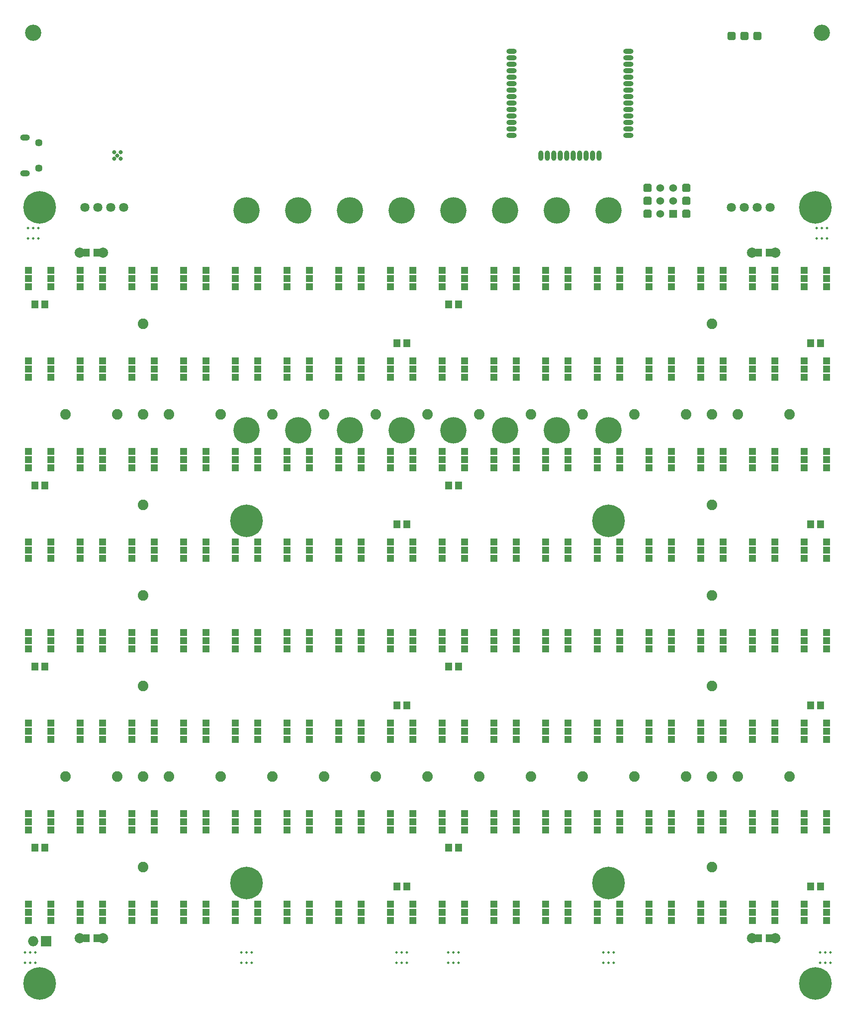
<source format=gts>
G04 #@! TF.GenerationSoftware,KiCad,Pcbnew,no-vcs-found-bf44d39~61~ubuntu16.04.1*
G04 #@! TF.CreationDate,2018-01-13T17:44:10+05:30*
G04 #@! TF.ProjectId,KlokTHREEjr,4B6C6F6B54485245456A722E6B696361,rev 1*
G04 #@! TF.SameCoordinates,Original*
G04 #@! TF.FileFunction,Soldermask,Top*
G04 #@! TF.FilePolarity,Negative*
%FSLAX46Y46*%
G04 Gerber Fmt 4.6, Leading zero omitted, Abs format (unit mm)*
G04 Created by KiCad (PCBNEW no-vcs-found-bf44d39~61~ubuntu16.04.1) date Sat Jan 13 17:44:10 2018*
%MOMM*%
%LPD*%
G01*
G04 APERTURE LIST*
%ADD10C,0.150000*%
%ADD11C,1.600000*%
%ADD12C,6.400000*%
%ADD13C,0.800000*%
%ADD14C,3.200000*%
%ADD15C,5.200000*%
%ADD16C,0.508000*%
%ADD17R,2.000000X2.000000*%
%ADD18O,2.000000X2.000000*%
%ADD19C,2.000000*%
%ADD20R,1.300480X1.498600*%
%ADD21R,1.400000X1.400000*%
%ADD22C,1.450000*%
%ADD23O,1.900000X1.200000*%
%ADD24C,2.082800*%
%ADD25R,1.350000X1.550000*%
%ADD26O,2.000000X1.000000*%
%ADD27O,1.000000X2.000000*%
%ADD28C,1.800000*%
%ADD29C,1.524000*%
%ADD30R,1.524000X1.524000*%
G04 APERTURE END LIST*
D10*
G36*
X191574207Y-53176926D02*
X191613036Y-53182686D01*
X191651114Y-53192224D01*
X191688073Y-53205448D01*
X191723559Y-53222231D01*
X191757228Y-53242412D01*
X191788757Y-53265796D01*
X191817843Y-53292157D01*
X191844204Y-53321243D01*
X191867588Y-53352772D01*
X191887769Y-53386441D01*
X191904552Y-53421927D01*
X191917776Y-53458886D01*
X191927314Y-53496964D01*
X191933074Y-53535793D01*
X191935000Y-53575000D01*
X191935000Y-54375000D01*
X191933074Y-54414207D01*
X191927314Y-54453036D01*
X191917776Y-54491114D01*
X191904552Y-54528073D01*
X191887769Y-54563559D01*
X191867588Y-54597228D01*
X191844204Y-54628757D01*
X191817843Y-54657843D01*
X191788757Y-54684204D01*
X191757228Y-54707588D01*
X191723559Y-54727769D01*
X191688073Y-54744552D01*
X191651114Y-54757776D01*
X191613036Y-54767314D01*
X191574207Y-54773074D01*
X191535000Y-54775000D01*
X190735000Y-54775000D01*
X190695793Y-54773074D01*
X190656964Y-54767314D01*
X190618886Y-54757776D01*
X190581927Y-54744552D01*
X190546441Y-54727769D01*
X190512772Y-54707588D01*
X190481243Y-54684204D01*
X190452157Y-54657843D01*
X190425796Y-54628757D01*
X190402412Y-54597228D01*
X190382231Y-54563559D01*
X190365448Y-54528073D01*
X190352224Y-54491114D01*
X190342686Y-54453036D01*
X190336926Y-54414207D01*
X190335000Y-54375000D01*
X190335000Y-53575000D01*
X190336926Y-53535793D01*
X190342686Y-53496964D01*
X190352224Y-53458886D01*
X190365448Y-53421927D01*
X190382231Y-53386441D01*
X190402412Y-53352772D01*
X190425796Y-53321243D01*
X190452157Y-53292157D01*
X190481243Y-53265796D01*
X190512772Y-53242412D01*
X190546441Y-53222231D01*
X190581927Y-53205448D01*
X190618886Y-53192224D01*
X190656964Y-53182686D01*
X190695793Y-53176926D01*
X190735000Y-53175000D01*
X191535000Y-53175000D01*
X191574207Y-53176926D01*
X191574207Y-53176926D01*
G37*
D11*
X191135000Y-53975000D03*
D12*
X55245000Y-87630000D03*
D13*
X57645000Y-87630000D03*
X56942056Y-89327056D03*
X55245000Y-90030000D03*
X53547944Y-89327056D03*
X52845000Y-87630000D03*
X53547944Y-85932944D03*
X55245000Y-85230000D03*
X56942056Y-85932944D03*
D12*
X55245000Y-240030000D03*
D13*
X57645000Y-240030000D03*
X56942056Y-241727056D03*
X55245000Y-242430000D03*
X53547944Y-241727056D03*
X52845000Y-240030000D03*
X53547944Y-238332944D03*
X55245000Y-237630000D03*
X56942056Y-238332944D03*
D12*
X207645000Y-240030000D03*
D13*
X210045000Y-240030000D03*
X209342056Y-241727056D03*
X207645000Y-242430000D03*
X205947944Y-241727056D03*
X205245000Y-240030000D03*
X205947944Y-238332944D03*
X207645000Y-237630000D03*
X209342056Y-238332944D03*
D12*
X95885000Y-149225000D03*
D13*
X98285000Y-149225000D03*
X97582056Y-150922056D03*
X95885000Y-151625000D03*
X94187944Y-150922056D03*
X93485000Y-149225000D03*
X94187944Y-147527944D03*
X95885000Y-146825000D03*
X97582056Y-147527944D03*
D12*
X167005000Y-149225000D03*
D13*
X169405000Y-149225000D03*
X168702056Y-150922056D03*
X167005000Y-151625000D03*
X165307944Y-150922056D03*
X164605000Y-149225000D03*
X165307944Y-147527944D03*
X167005000Y-146825000D03*
X168702056Y-147527944D03*
D12*
X167005000Y-220345000D03*
D13*
X169405000Y-220345000D03*
X168702056Y-222042056D03*
X167005000Y-222745000D03*
X165307944Y-222042056D03*
X164605000Y-220345000D03*
X165307944Y-218647944D03*
X167005000Y-217945000D03*
X168702056Y-218647944D03*
D12*
X95885000Y-220345000D03*
D13*
X98285000Y-220345000D03*
X97582056Y-222042056D03*
X95885000Y-222745000D03*
X94187944Y-222042056D03*
X93485000Y-220345000D03*
X94187944Y-218647944D03*
X95885000Y-217945000D03*
X97582056Y-218647944D03*
D12*
X207645000Y-87630000D03*
D13*
X210045000Y-87630000D03*
X209342056Y-89327056D03*
X207645000Y-90030000D03*
X205947944Y-89327056D03*
X205245000Y-87630000D03*
X205947944Y-85932944D03*
X207645000Y-85230000D03*
X209342056Y-85932944D03*
D14*
X208915000Y-53340000D03*
X53975000Y-53340000D03*
D15*
X95885000Y-88265000D03*
X106045000Y-88265000D03*
X116205000Y-88265000D03*
X167005000Y-88265000D03*
X156845000Y-88265000D03*
X126365000Y-88265000D03*
X146685000Y-88265000D03*
X136525000Y-88265000D03*
X95885000Y-131445000D03*
X106045000Y-131445000D03*
X116205000Y-131445000D03*
X167005000Y-131445000D03*
X156845000Y-131445000D03*
X126365000Y-131445000D03*
X146685000Y-131445000D03*
X136525000Y-131445000D03*
D16*
X53975000Y-91694000D03*
X53975000Y-93726000D03*
X54991000Y-91694000D03*
X52959000Y-91694000D03*
X52959000Y-93726000D03*
X54991000Y-93726000D03*
X208915000Y-91694000D03*
X208915000Y-93726000D03*
X209931000Y-91694000D03*
X207899000Y-91694000D03*
X207899000Y-93726000D03*
X209931000Y-93726000D03*
X53340000Y-233934000D03*
X53340000Y-235966000D03*
X54356000Y-233934000D03*
X52324000Y-233934000D03*
X52324000Y-235966000D03*
X54356000Y-235966000D03*
X95885000Y-233934000D03*
X95885000Y-235966000D03*
X96901000Y-233934000D03*
X94869000Y-233934000D03*
X94869000Y-235966000D03*
X96901000Y-235966000D03*
X126365000Y-233934000D03*
X126365000Y-235966000D03*
X127381000Y-233934000D03*
X125349000Y-233934000D03*
X125349000Y-235966000D03*
X127381000Y-235966000D03*
X136525000Y-233934000D03*
X136525000Y-235966000D03*
X137541000Y-233934000D03*
X135509000Y-233934000D03*
X135509000Y-235966000D03*
X137541000Y-235966000D03*
X167005000Y-233934000D03*
X167005000Y-235966000D03*
X168021000Y-233934000D03*
X165989000Y-233934000D03*
X165989000Y-235966000D03*
X168021000Y-235966000D03*
X209550000Y-233934000D03*
X209550000Y-235966000D03*
X210566000Y-233934000D03*
X208534000Y-233934000D03*
X208534000Y-235966000D03*
X210566000Y-235966000D03*
D17*
X56515000Y-231775000D03*
D18*
X53975000Y-231775000D03*
D13*
X69850000Y-78105000D03*
X71120000Y-78105000D03*
X71120000Y-76835000D03*
X69850000Y-76835000D03*
X70485000Y-77470000D03*
D19*
X63119000Y-96520000D03*
X67691000Y-96520000D03*
D20*
X66357500Y-96520000D03*
X64452500Y-96520000D03*
D21*
X63205000Y-227660000D03*
X67605000Y-227660000D03*
X67605000Y-226060000D03*
X63205000Y-226060000D03*
X63205000Y-224460000D03*
X67605000Y-224460000D03*
D22*
X55055000Y-79970000D03*
X55055000Y-74970000D03*
D23*
X52355000Y-80970000D03*
X52355000Y-73970000D03*
D21*
X195285000Y-120980000D03*
X199685000Y-120980000D03*
X199685000Y-119380000D03*
X195285000Y-119380000D03*
X195285000Y-117780000D03*
X199685000Y-117780000D03*
X57445000Y-100000000D03*
X53045000Y-100000000D03*
X53045000Y-101600000D03*
X57445000Y-101600000D03*
X57445000Y-103200000D03*
X53045000Y-103200000D03*
X77765000Y-100000000D03*
X73365000Y-100000000D03*
X73365000Y-101600000D03*
X77765000Y-101600000D03*
X77765000Y-103200000D03*
X73365000Y-103200000D03*
X87925000Y-100000000D03*
X83525000Y-100000000D03*
X83525000Y-101600000D03*
X87925000Y-101600000D03*
X87925000Y-103200000D03*
X83525000Y-103200000D03*
X98085000Y-100000000D03*
X93685000Y-100000000D03*
X93685000Y-101600000D03*
X98085000Y-101600000D03*
X98085000Y-103200000D03*
X93685000Y-103200000D03*
X108245000Y-100000000D03*
X103845000Y-100000000D03*
X103845000Y-101600000D03*
X108245000Y-101600000D03*
X108245000Y-103200000D03*
X103845000Y-103200000D03*
X118405000Y-100000000D03*
X114005000Y-100000000D03*
X114005000Y-101600000D03*
X118405000Y-101600000D03*
X118405000Y-103200000D03*
X114005000Y-103200000D03*
X128565000Y-100000000D03*
X124165000Y-100000000D03*
X124165000Y-101600000D03*
X128565000Y-101600000D03*
X128565000Y-103200000D03*
X124165000Y-103200000D03*
X138725000Y-100000000D03*
X134325000Y-100000000D03*
X134325000Y-101600000D03*
X138725000Y-101600000D03*
X138725000Y-103200000D03*
X134325000Y-103200000D03*
X148885000Y-100000000D03*
X144485000Y-100000000D03*
X144485000Y-101600000D03*
X148885000Y-101600000D03*
X148885000Y-103200000D03*
X144485000Y-103200000D03*
X159045000Y-100000000D03*
X154645000Y-100000000D03*
X154645000Y-101600000D03*
X159045000Y-101600000D03*
X159045000Y-103200000D03*
X154645000Y-103200000D03*
X169205000Y-100000000D03*
X164805000Y-100000000D03*
X164805000Y-101600000D03*
X169205000Y-101600000D03*
X169205000Y-103200000D03*
X164805000Y-103200000D03*
X179365000Y-100000000D03*
X174965000Y-100000000D03*
X174965000Y-101600000D03*
X179365000Y-101600000D03*
X179365000Y-103200000D03*
X174965000Y-103200000D03*
X189525000Y-100000000D03*
X185125000Y-100000000D03*
X185125000Y-101600000D03*
X189525000Y-101600000D03*
X189525000Y-103200000D03*
X185125000Y-103200000D03*
X199685000Y-100000000D03*
X195285000Y-100000000D03*
X195285000Y-101600000D03*
X199685000Y-101600000D03*
X199685000Y-103200000D03*
X195285000Y-103200000D03*
X209845000Y-100000000D03*
X205445000Y-100000000D03*
X205445000Y-101600000D03*
X209845000Y-101600000D03*
X209845000Y-103200000D03*
X205445000Y-103200000D03*
X205445000Y-120980000D03*
X209845000Y-120980000D03*
X209845000Y-119380000D03*
X205445000Y-119380000D03*
X205445000Y-117780000D03*
X209845000Y-117780000D03*
X185125000Y-120980000D03*
X189525000Y-120980000D03*
X189525000Y-119380000D03*
X185125000Y-119380000D03*
X185125000Y-117780000D03*
X189525000Y-117780000D03*
X174965000Y-120980000D03*
X179365000Y-120980000D03*
X179365000Y-119380000D03*
X174965000Y-119380000D03*
X174965000Y-117780000D03*
X179365000Y-117780000D03*
X164805000Y-120980000D03*
X169205000Y-120980000D03*
X169205000Y-119380000D03*
X164805000Y-119380000D03*
X164805000Y-117780000D03*
X169205000Y-117780000D03*
X154645000Y-120980000D03*
X159045000Y-120980000D03*
X159045000Y-119380000D03*
X154645000Y-119380000D03*
X154645000Y-117780000D03*
X159045000Y-117780000D03*
X144485000Y-120980000D03*
X148885000Y-120980000D03*
X148885000Y-119380000D03*
X144485000Y-119380000D03*
X144485000Y-117780000D03*
X148885000Y-117780000D03*
X134325000Y-120980000D03*
X138725000Y-120980000D03*
X138725000Y-119380000D03*
X134325000Y-119380000D03*
X134325000Y-117780000D03*
X138725000Y-117780000D03*
X124165000Y-120980000D03*
X128565000Y-120980000D03*
X128565000Y-119380000D03*
X124165000Y-119380000D03*
X124165000Y-117780000D03*
X128565000Y-117780000D03*
X114005000Y-120980000D03*
X118405000Y-120980000D03*
X118405000Y-119380000D03*
X114005000Y-119380000D03*
X114005000Y-117780000D03*
X118405000Y-117780000D03*
X103845000Y-120980000D03*
X108245000Y-120980000D03*
X108245000Y-119380000D03*
X103845000Y-119380000D03*
X103845000Y-117780000D03*
X108245000Y-117780000D03*
X93685000Y-120980000D03*
X98085000Y-120980000D03*
X98085000Y-119380000D03*
X93685000Y-119380000D03*
X93685000Y-117780000D03*
X98085000Y-117780000D03*
X83525000Y-120980000D03*
X87925000Y-120980000D03*
X87925000Y-119380000D03*
X83525000Y-119380000D03*
X83525000Y-117780000D03*
X87925000Y-117780000D03*
X73365000Y-120980000D03*
X77765000Y-120980000D03*
X77765000Y-119380000D03*
X73365000Y-119380000D03*
X73365000Y-117780000D03*
X77765000Y-117780000D03*
X63205000Y-120980000D03*
X67605000Y-120980000D03*
X67605000Y-119380000D03*
X63205000Y-119380000D03*
X63205000Y-117780000D03*
X67605000Y-117780000D03*
X53045000Y-120980000D03*
X57445000Y-120980000D03*
X57445000Y-119380000D03*
X53045000Y-119380000D03*
X53045000Y-117780000D03*
X57445000Y-117780000D03*
X57445000Y-135560000D03*
X53045000Y-135560000D03*
X53045000Y-137160000D03*
X57445000Y-137160000D03*
X57445000Y-138760000D03*
X53045000Y-138760000D03*
X67605000Y-135560000D03*
X63205000Y-135560000D03*
X63205000Y-137160000D03*
X67605000Y-137160000D03*
X67605000Y-138760000D03*
X63205000Y-138760000D03*
X77765000Y-135560000D03*
X73365000Y-135560000D03*
X73365000Y-137160000D03*
X77765000Y-137160000D03*
X77765000Y-138760000D03*
X73365000Y-138760000D03*
X87925000Y-135560000D03*
X83525000Y-135560000D03*
X83525000Y-137160000D03*
X87925000Y-137160000D03*
X87925000Y-138760000D03*
X83525000Y-138760000D03*
X98085000Y-135560000D03*
X93685000Y-135560000D03*
X93685000Y-137160000D03*
X98085000Y-137160000D03*
X98085000Y-138760000D03*
X93685000Y-138760000D03*
X108245000Y-135560000D03*
X103845000Y-135560000D03*
X103845000Y-137160000D03*
X108245000Y-137160000D03*
X108245000Y-138760000D03*
X103845000Y-138760000D03*
X118405000Y-135560000D03*
X114005000Y-135560000D03*
X114005000Y-137160000D03*
X118405000Y-137160000D03*
X118405000Y-138760000D03*
X114005000Y-138760000D03*
X128565000Y-135560000D03*
X124165000Y-135560000D03*
X124165000Y-137160000D03*
X128565000Y-137160000D03*
X128565000Y-138760000D03*
X124165000Y-138760000D03*
X138725000Y-135560000D03*
X134325000Y-135560000D03*
X134325000Y-137160000D03*
X138725000Y-137160000D03*
X138725000Y-138760000D03*
X134325000Y-138760000D03*
X148885000Y-135560000D03*
X144485000Y-135560000D03*
X144485000Y-137160000D03*
X148885000Y-137160000D03*
X148885000Y-138760000D03*
X144485000Y-138760000D03*
X159045000Y-135560000D03*
X154645000Y-135560000D03*
X154645000Y-137160000D03*
X159045000Y-137160000D03*
X159045000Y-138760000D03*
X154645000Y-138760000D03*
X169205000Y-135560000D03*
X164805000Y-135560000D03*
X164805000Y-137160000D03*
X169205000Y-137160000D03*
X169205000Y-138760000D03*
X164805000Y-138760000D03*
X179365000Y-135560000D03*
X174965000Y-135560000D03*
X174965000Y-137160000D03*
X179365000Y-137160000D03*
X179365000Y-138760000D03*
X174965000Y-138760000D03*
X189525000Y-135560000D03*
X185125000Y-135560000D03*
X185125000Y-137160000D03*
X189525000Y-137160000D03*
X189525000Y-138760000D03*
X185125000Y-138760000D03*
X199685000Y-135560000D03*
X195285000Y-135560000D03*
X195285000Y-137160000D03*
X199685000Y-137160000D03*
X199685000Y-138760000D03*
X195285000Y-138760000D03*
X209845000Y-135560000D03*
X205445000Y-135560000D03*
X205445000Y-137160000D03*
X209845000Y-137160000D03*
X209845000Y-138760000D03*
X205445000Y-138760000D03*
X205445000Y-156540000D03*
X209845000Y-156540000D03*
X209845000Y-154940000D03*
X205445000Y-154940000D03*
X205445000Y-153340000D03*
X209845000Y-153340000D03*
X195285000Y-156540000D03*
X199685000Y-156540000D03*
X199685000Y-154940000D03*
X195285000Y-154940000D03*
X195285000Y-153340000D03*
X199685000Y-153340000D03*
X185125000Y-156540000D03*
X189525000Y-156540000D03*
X189525000Y-154940000D03*
X185125000Y-154940000D03*
X185125000Y-153340000D03*
X189525000Y-153340000D03*
X174965000Y-156540000D03*
X179365000Y-156540000D03*
X179365000Y-154940000D03*
X174965000Y-154940000D03*
X174965000Y-153340000D03*
X179365000Y-153340000D03*
X164805000Y-156540000D03*
X169205000Y-156540000D03*
X169205000Y-154940000D03*
X164805000Y-154940000D03*
X164805000Y-153340000D03*
X169205000Y-153340000D03*
X154645000Y-156540000D03*
X159045000Y-156540000D03*
X159045000Y-154940000D03*
X154645000Y-154940000D03*
X154645000Y-153340000D03*
X159045000Y-153340000D03*
X144485000Y-156540000D03*
X148885000Y-156540000D03*
X148885000Y-154940000D03*
X144485000Y-154940000D03*
X144485000Y-153340000D03*
X148885000Y-153340000D03*
X134325000Y-156540000D03*
X138725000Y-156540000D03*
X138725000Y-154940000D03*
X134325000Y-154940000D03*
X134325000Y-153340000D03*
X138725000Y-153340000D03*
X124165000Y-156540000D03*
X128565000Y-156540000D03*
X128565000Y-154940000D03*
X124165000Y-154940000D03*
X124165000Y-153340000D03*
X128565000Y-153340000D03*
X114005000Y-156540000D03*
X118405000Y-156540000D03*
X118405000Y-154940000D03*
X114005000Y-154940000D03*
X114005000Y-153340000D03*
X118405000Y-153340000D03*
X103845000Y-156540000D03*
X108245000Y-156540000D03*
X108245000Y-154940000D03*
X103845000Y-154940000D03*
X103845000Y-153340000D03*
X108245000Y-153340000D03*
X93685000Y-156540000D03*
X98085000Y-156540000D03*
X98085000Y-154940000D03*
X93685000Y-154940000D03*
X93685000Y-153340000D03*
X98085000Y-153340000D03*
X83525000Y-156540000D03*
X87925000Y-156540000D03*
X87925000Y-154940000D03*
X83525000Y-154940000D03*
X83525000Y-153340000D03*
X87925000Y-153340000D03*
X73365000Y-156540000D03*
X77765000Y-156540000D03*
X77765000Y-154940000D03*
X73365000Y-154940000D03*
X73365000Y-153340000D03*
X77765000Y-153340000D03*
X63205000Y-156540000D03*
X67605000Y-156540000D03*
X67605000Y-154940000D03*
X63205000Y-154940000D03*
X63205000Y-153340000D03*
X67605000Y-153340000D03*
X53045000Y-156540000D03*
X57445000Y-156540000D03*
X57445000Y-154940000D03*
X53045000Y-154940000D03*
X53045000Y-153340000D03*
X57445000Y-153340000D03*
X57445000Y-171120000D03*
X53045000Y-171120000D03*
X53045000Y-172720000D03*
X57445000Y-172720000D03*
X57445000Y-174320000D03*
X53045000Y-174320000D03*
X67605000Y-171120000D03*
X63205000Y-171120000D03*
X63205000Y-172720000D03*
X67605000Y-172720000D03*
X67605000Y-174320000D03*
X63205000Y-174320000D03*
X77765000Y-171120000D03*
X73365000Y-171120000D03*
X73365000Y-172720000D03*
X77765000Y-172720000D03*
X77765000Y-174320000D03*
X73365000Y-174320000D03*
X87925000Y-171120000D03*
X83525000Y-171120000D03*
X83525000Y-172720000D03*
X87925000Y-172720000D03*
X87925000Y-174320000D03*
X83525000Y-174320000D03*
X98085000Y-171120000D03*
X93685000Y-171120000D03*
X93685000Y-172720000D03*
X98085000Y-172720000D03*
X98085000Y-174320000D03*
X93685000Y-174320000D03*
X108245000Y-171120000D03*
X103845000Y-171120000D03*
X103845000Y-172720000D03*
X108245000Y-172720000D03*
X108245000Y-174320000D03*
X103845000Y-174320000D03*
X118405000Y-171120000D03*
X114005000Y-171120000D03*
X114005000Y-172720000D03*
X118405000Y-172720000D03*
X118405000Y-174320000D03*
X114005000Y-174320000D03*
X128565000Y-171120000D03*
X124165000Y-171120000D03*
X124165000Y-172720000D03*
X128565000Y-172720000D03*
X128565000Y-174320000D03*
X124165000Y-174320000D03*
X138725000Y-171120000D03*
X134325000Y-171120000D03*
X134325000Y-172720000D03*
X138725000Y-172720000D03*
X138725000Y-174320000D03*
X134325000Y-174320000D03*
X148885000Y-171120000D03*
X144485000Y-171120000D03*
X144485000Y-172720000D03*
X148885000Y-172720000D03*
X148885000Y-174320000D03*
X144485000Y-174320000D03*
X159045000Y-171120000D03*
X154645000Y-171120000D03*
X154645000Y-172720000D03*
X159045000Y-172720000D03*
X159045000Y-174320000D03*
X154645000Y-174320000D03*
X169205000Y-171120000D03*
X164805000Y-171120000D03*
X164805000Y-172720000D03*
X169205000Y-172720000D03*
X169205000Y-174320000D03*
X164805000Y-174320000D03*
X179365000Y-171120000D03*
X174965000Y-171120000D03*
X174965000Y-172720000D03*
X179365000Y-172720000D03*
X179365000Y-174320000D03*
X174965000Y-174320000D03*
X189525000Y-171120000D03*
X185125000Y-171120000D03*
X185125000Y-172720000D03*
X189525000Y-172720000D03*
X189525000Y-174320000D03*
X185125000Y-174320000D03*
X199685000Y-171120000D03*
X195285000Y-171120000D03*
X195285000Y-172720000D03*
X199685000Y-172720000D03*
X199685000Y-174320000D03*
X195285000Y-174320000D03*
X209845000Y-171120000D03*
X205445000Y-171120000D03*
X205445000Y-172720000D03*
X209845000Y-172720000D03*
X209845000Y-174320000D03*
X205445000Y-174320000D03*
X205445000Y-192100000D03*
X209845000Y-192100000D03*
X209845000Y-190500000D03*
X205445000Y-190500000D03*
X205445000Y-188900000D03*
X209845000Y-188900000D03*
X195285000Y-192100000D03*
X199685000Y-192100000D03*
X199685000Y-190500000D03*
X195285000Y-190500000D03*
X195285000Y-188900000D03*
X199685000Y-188900000D03*
X185125000Y-192100000D03*
X189525000Y-192100000D03*
X189525000Y-190500000D03*
X185125000Y-190500000D03*
X185125000Y-188900000D03*
X189525000Y-188900000D03*
X174965000Y-192100000D03*
X179365000Y-192100000D03*
X179365000Y-190500000D03*
X174965000Y-190500000D03*
X174965000Y-188900000D03*
X179365000Y-188900000D03*
X164805000Y-192100000D03*
X169205000Y-192100000D03*
X169205000Y-190500000D03*
X164805000Y-190500000D03*
X164805000Y-188900000D03*
X169205000Y-188900000D03*
X154645000Y-192100000D03*
X159045000Y-192100000D03*
X159045000Y-190500000D03*
X154645000Y-190500000D03*
X154645000Y-188900000D03*
X159045000Y-188900000D03*
X144485000Y-192100000D03*
X148885000Y-192100000D03*
X148885000Y-190500000D03*
X144485000Y-190500000D03*
X144485000Y-188900000D03*
X148885000Y-188900000D03*
X134325000Y-192100000D03*
X138725000Y-192100000D03*
X138725000Y-190500000D03*
X134325000Y-190500000D03*
X134325000Y-188900000D03*
X138725000Y-188900000D03*
X124165000Y-192100000D03*
X128565000Y-192100000D03*
X128565000Y-190500000D03*
X124165000Y-190500000D03*
X124165000Y-188900000D03*
X128565000Y-188900000D03*
X114005000Y-192100000D03*
X118405000Y-192100000D03*
X118405000Y-190500000D03*
X114005000Y-190500000D03*
X114005000Y-188900000D03*
X118405000Y-188900000D03*
X103845000Y-192100000D03*
X108245000Y-192100000D03*
X108245000Y-190500000D03*
X103845000Y-190500000D03*
X103845000Y-188900000D03*
X108245000Y-188900000D03*
X93685000Y-192100000D03*
X98085000Y-192100000D03*
X98085000Y-190500000D03*
X93685000Y-190500000D03*
X93685000Y-188900000D03*
X98085000Y-188900000D03*
X83525000Y-192100000D03*
X87925000Y-192100000D03*
X87925000Y-190500000D03*
X83525000Y-190500000D03*
X83525000Y-188900000D03*
X87925000Y-188900000D03*
X73365000Y-192100000D03*
X77765000Y-192100000D03*
X77765000Y-190500000D03*
X73365000Y-190500000D03*
X73365000Y-188900000D03*
X77765000Y-188900000D03*
X63205000Y-192100000D03*
X67605000Y-192100000D03*
X67605000Y-190500000D03*
X63205000Y-190500000D03*
X63205000Y-188900000D03*
X67605000Y-188900000D03*
X53045000Y-192100000D03*
X57445000Y-192100000D03*
X57445000Y-190500000D03*
X53045000Y-190500000D03*
X53045000Y-188900000D03*
X57445000Y-188900000D03*
X57445000Y-206680000D03*
X53045000Y-206680000D03*
X53045000Y-208280000D03*
X57445000Y-208280000D03*
X57445000Y-209880000D03*
X53045000Y-209880000D03*
X67605000Y-206680000D03*
X63205000Y-206680000D03*
X63205000Y-208280000D03*
X67605000Y-208280000D03*
X67605000Y-209880000D03*
X63205000Y-209880000D03*
X77765000Y-206680000D03*
X73365000Y-206680000D03*
X73365000Y-208280000D03*
X77765000Y-208280000D03*
X77765000Y-209880000D03*
X73365000Y-209880000D03*
X87925000Y-206680000D03*
X83525000Y-206680000D03*
X83525000Y-208280000D03*
X87925000Y-208280000D03*
X87925000Y-209880000D03*
X83525000Y-209880000D03*
X98085000Y-206680000D03*
X93685000Y-206680000D03*
X93685000Y-208280000D03*
X98085000Y-208280000D03*
X98085000Y-209880000D03*
X93685000Y-209880000D03*
X108245000Y-206680000D03*
X103845000Y-206680000D03*
X103845000Y-208280000D03*
X108245000Y-208280000D03*
X108245000Y-209880000D03*
X103845000Y-209880000D03*
X118405000Y-206680000D03*
X114005000Y-206680000D03*
X114005000Y-208280000D03*
X118405000Y-208280000D03*
X118405000Y-209880000D03*
X114005000Y-209880000D03*
X128565000Y-206680000D03*
X124165000Y-206680000D03*
X124165000Y-208280000D03*
X128565000Y-208280000D03*
X128565000Y-209880000D03*
X124165000Y-209880000D03*
X138725000Y-206680000D03*
X134325000Y-206680000D03*
X134325000Y-208280000D03*
X138725000Y-208280000D03*
X138725000Y-209880000D03*
X134325000Y-209880000D03*
X148885000Y-206680000D03*
X144485000Y-206680000D03*
X144485000Y-208280000D03*
X148885000Y-208280000D03*
X148885000Y-209880000D03*
X144485000Y-209880000D03*
X159045000Y-206680000D03*
X154645000Y-206680000D03*
X154645000Y-208280000D03*
X159045000Y-208280000D03*
X159045000Y-209880000D03*
X154645000Y-209880000D03*
X169205000Y-206680000D03*
X164805000Y-206680000D03*
X164805000Y-208280000D03*
X169205000Y-208280000D03*
X169205000Y-209880000D03*
X164805000Y-209880000D03*
X179365000Y-206680000D03*
X174965000Y-206680000D03*
X174965000Y-208280000D03*
X179365000Y-208280000D03*
X179365000Y-209880000D03*
X174965000Y-209880000D03*
X189525000Y-206680000D03*
X185125000Y-206680000D03*
X185125000Y-208280000D03*
X189525000Y-208280000D03*
X189525000Y-209880000D03*
X185125000Y-209880000D03*
X199685000Y-206680000D03*
X195285000Y-206680000D03*
X195285000Y-208280000D03*
X199685000Y-208280000D03*
X199685000Y-209880000D03*
X195285000Y-209880000D03*
X209845000Y-206680000D03*
X205445000Y-206680000D03*
X205445000Y-208280000D03*
X209845000Y-208280000D03*
X209845000Y-209880000D03*
X205445000Y-209880000D03*
X205445000Y-227660000D03*
X209845000Y-227660000D03*
X209845000Y-226060000D03*
X205445000Y-226060000D03*
X205445000Y-224460000D03*
X209845000Y-224460000D03*
X195285000Y-227660000D03*
X199685000Y-227660000D03*
X199685000Y-226060000D03*
X195285000Y-226060000D03*
X195285000Y-224460000D03*
X199685000Y-224460000D03*
X185125000Y-227660000D03*
X189525000Y-227660000D03*
X189525000Y-226060000D03*
X185125000Y-226060000D03*
X185125000Y-224460000D03*
X189525000Y-224460000D03*
X174965000Y-227660000D03*
X179365000Y-227660000D03*
X179365000Y-226060000D03*
X174965000Y-226060000D03*
X174965000Y-224460000D03*
X179365000Y-224460000D03*
X164805000Y-227660000D03*
X169205000Y-227660000D03*
X169205000Y-226060000D03*
X164805000Y-226060000D03*
X164805000Y-224460000D03*
X169205000Y-224460000D03*
X154645000Y-227660000D03*
X159045000Y-227660000D03*
X159045000Y-226060000D03*
X154645000Y-226060000D03*
X154645000Y-224460000D03*
X159045000Y-224460000D03*
X144485000Y-227660000D03*
X148885000Y-227660000D03*
X148885000Y-226060000D03*
X144485000Y-226060000D03*
X144485000Y-224460000D03*
X148885000Y-224460000D03*
X134325000Y-227660000D03*
X138725000Y-227660000D03*
X138725000Y-226060000D03*
X134325000Y-226060000D03*
X134325000Y-224460000D03*
X138725000Y-224460000D03*
X124165000Y-227660000D03*
X128565000Y-227660000D03*
X128565000Y-226060000D03*
X124165000Y-226060000D03*
X124165000Y-224460000D03*
X128565000Y-224460000D03*
X114005000Y-227660000D03*
X118405000Y-227660000D03*
X118405000Y-226060000D03*
X114005000Y-226060000D03*
X114005000Y-224460000D03*
X118405000Y-224460000D03*
X103845000Y-227660000D03*
X108245000Y-227660000D03*
X108245000Y-226060000D03*
X103845000Y-226060000D03*
X103845000Y-224460000D03*
X108245000Y-224460000D03*
X93685000Y-227660000D03*
X98085000Y-227660000D03*
X98085000Y-226060000D03*
X93685000Y-226060000D03*
X93685000Y-224460000D03*
X98085000Y-224460000D03*
X83525000Y-227660000D03*
X87925000Y-227660000D03*
X87925000Y-226060000D03*
X83525000Y-226060000D03*
X83525000Y-224460000D03*
X87925000Y-224460000D03*
X73365000Y-227660000D03*
X77765000Y-227660000D03*
X77765000Y-226060000D03*
X73365000Y-226060000D03*
X73365000Y-224460000D03*
X77765000Y-224460000D03*
X53045000Y-227660000D03*
X57445000Y-227660000D03*
X57445000Y-226060000D03*
X53045000Y-226060000D03*
X53045000Y-224460000D03*
X57445000Y-224460000D03*
X67605000Y-100000000D03*
X63205000Y-100000000D03*
X63205000Y-101600000D03*
X67605000Y-101600000D03*
X67605000Y-103200000D03*
X63205000Y-103200000D03*
D19*
X63119000Y-231140000D03*
X67691000Y-231140000D03*
D20*
X66357500Y-231140000D03*
X64452500Y-231140000D03*
D19*
X199771000Y-231140000D03*
X195199000Y-231140000D03*
D20*
X196532500Y-231140000D03*
X198437500Y-231140000D03*
D19*
X199771000Y-96520000D03*
X195199000Y-96520000D03*
D20*
X196532500Y-96520000D03*
X198437500Y-96520000D03*
D24*
X187325000Y-217170000D03*
X187325000Y-199390000D03*
X187325000Y-181610000D03*
X187325000Y-163830000D03*
X187325000Y-146050000D03*
X187325000Y-128270000D03*
X187325000Y-110490000D03*
X75565000Y-217170000D03*
X75565000Y-199390000D03*
X75565000Y-181610000D03*
X75565000Y-163830000D03*
X75565000Y-146050000D03*
X75565000Y-128270000D03*
X75565000Y-110490000D03*
X202565000Y-199390000D03*
X192405000Y-199390000D03*
X182245000Y-199390000D03*
X172085000Y-199390000D03*
X161925000Y-199390000D03*
X151765000Y-199390000D03*
X141605000Y-199390000D03*
X131445000Y-199390000D03*
X121285000Y-199390000D03*
X111125000Y-199390000D03*
X100965000Y-199390000D03*
X90805000Y-199390000D03*
X80645000Y-199390000D03*
X70485000Y-199390000D03*
X60325000Y-199390000D03*
X202565000Y-128270000D03*
X192405000Y-128270000D03*
X182245000Y-128270000D03*
X172085000Y-128270000D03*
X161925000Y-128270000D03*
X151765000Y-128270000D03*
X141605000Y-128270000D03*
X131445000Y-128270000D03*
X121285000Y-128270000D03*
X111125000Y-128270000D03*
X100965000Y-128270000D03*
X90805000Y-128270000D03*
X80645000Y-128270000D03*
X70485000Y-128270000D03*
X60325000Y-128270000D03*
D25*
X56245000Y-106680000D03*
X54245000Y-106680000D03*
X137525000Y-106680000D03*
X135525000Y-106680000D03*
X206645000Y-114300000D03*
X208645000Y-114300000D03*
X125365000Y-114300000D03*
X127365000Y-114300000D03*
X56245000Y-142240000D03*
X54245000Y-142240000D03*
X137525000Y-142240000D03*
X135525000Y-142240000D03*
X206645000Y-149860000D03*
X208645000Y-149860000D03*
X125365000Y-149860000D03*
X127365000Y-149860000D03*
X56245000Y-177800000D03*
X54245000Y-177800000D03*
X137525000Y-177800000D03*
X135525000Y-177800000D03*
X206645000Y-185420000D03*
X208645000Y-185420000D03*
X125365000Y-185420000D03*
X127365000Y-185420000D03*
X56245000Y-213360000D03*
X54245000Y-213360000D03*
X137525000Y-213360000D03*
X135525000Y-213360000D03*
X206645000Y-220980000D03*
X208645000Y-220980000D03*
X125365000Y-220980000D03*
X127365000Y-220980000D03*
D26*
X170885000Y-56980000D03*
X170885000Y-58250000D03*
X170885000Y-59520000D03*
X170885000Y-60790000D03*
X170885000Y-62060000D03*
X170885000Y-63330000D03*
X170885000Y-64600000D03*
X170885000Y-65870000D03*
X170885000Y-67140000D03*
X170885000Y-68410000D03*
X170885000Y-69680000D03*
X170885000Y-70950000D03*
X170885000Y-72220000D03*
X170885000Y-73490000D03*
X147885000Y-58250000D03*
X147885000Y-67140000D03*
X147885000Y-68410000D03*
X147885000Y-60790000D03*
X147885000Y-56980000D03*
X147885000Y-69680000D03*
X147885000Y-63330000D03*
X147885000Y-73490000D03*
X147885000Y-72220000D03*
X147885000Y-65870000D03*
X147885000Y-64600000D03*
X147885000Y-62060000D03*
X147885000Y-70950000D03*
X147885000Y-59520000D03*
D27*
X165100000Y-77480000D03*
X163830000Y-77480000D03*
X162560000Y-77480000D03*
X161290000Y-77480000D03*
X160020000Y-77480000D03*
X157480000Y-77480000D03*
X156210000Y-77480000D03*
X154940000Y-77480000D03*
X153670000Y-77480000D03*
X158750000Y-77480000D03*
D28*
X198755000Y-87630000D03*
X196215000Y-87630000D03*
X193675000Y-87630000D03*
X191135000Y-87630000D03*
X71755000Y-87630000D03*
X69215000Y-87630000D03*
X66675000Y-87630000D03*
X64135000Y-87630000D03*
D10*
G36*
X194114207Y-53176926D02*
X194153036Y-53182686D01*
X194191114Y-53192224D01*
X194228073Y-53205448D01*
X194263559Y-53222231D01*
X194297228Y-53242412D01*
X194328757Y-53265796D01*
X194357843Y-53292157D01*
X194384204Y-53321243D01*
X194407588Y-53352772D01*
X194427769Y-53386441D01*
X194444552Y-53421927D01*
X194457776Y-53458886D01*
X194467314Y-53496964D01*
X194473074Y-53535793D01*
X194475000Y-53575000D01*
X194475000Y-54375000D01*
X194473074Y-54414207D01*
X194467314Y-54453036D01*
X194457776Y-54491114D01*
X194444552Y-54528073D01*
X194427769Y-54563559D01*
X194407588Y-54597228D01*
X194384204Y-54628757D01*
X194357843Y-54657843D01*
X194328757Y-54684204D01*
X194297228Y-54707588D01*
X194263559Y-54727769D01*
X194228073Y-54744552D01*
X194191114Y-54757776D01*
X194153036Y-54767314D01*
X194114207Y-54773074D01*
X194075000Y-54775000D01*
X193275000Y-54775000D01*
X193235793Y-54773074D01*
X193196964Y-54767314D01*
X193158886Y-54757776D01*
X193121927Y-54744552D01*
X193086441Y-54727769D01*
X193052772Y-54707588D01*
X193021243Y-54684204D01*
X192992157Y-54657843D01*
X192965796Y-54628757D01*
X192942412Y-54597228D01*
X192922231Y-54563559D01*
X192905448Y-54528073D01*
X192892224Y-54491114D01*
X192882686Y-54453036D01*
X192876926Y-54414207D01*
X192875000Y-54375000D01*
X192875000Y-53575000D01*
X192876926Y-53535793D01*
X192882686Y-53496964D01*
X192892224Y-53458886D01*
X192905448Y-53421927D01*
X192922231Y-53386441D01*
X192942412Y-53352772D01*
X192965796Y-53321243D01*
X192992157Y-53292157D01*
X193021243Y-53265796D01*
X193052772Y-53242412D01*
X193086441Y-53222231D01*
X193121927Y-53205448D01*
X193158886Y-53192224D01*
X193196964Y-53182686D01*
X193235793Y-53176926D01*
X193275000Y-53175000D01*
X194075000Y-53175000D01*
X194114207Y-53176926D01*
X194114207Y-53176926D01*
G37*
D11*
X193675000Y-53975000D03*
D10*
G36*
X196654207Y-53176926D02*
X196693036Y-53182686D01*
X196731114Y-53192224D01*
X196768073Y-53205448D01*
X196803559Y-53222231D01*
X196837228Y-53242412D01*
X196868757Y-53265796D01*
X196897843Y-53292157D01*
X196924204Y-53321243D01*
X196947588Y-53352772D01*
X196967769Y-53386441D01*
X196984552Y-53421927D01*
X196997776Y-53458886D01*
X197007314Y-53496964D01*
X197013074Y-53535793D01*
X197015000Y-53575000D01*
X197015000Y-54375000D01*
X197013074Y-54414207D01*
X197007314Y-54453036D01*
X196997776Y-54491114D01*
X196984552Y-54528073D01*
X196967769Y-54563559D01*
X196947588Y-54597228D01*
X196924204Y-54628757D01*
X196897843Y-54657843D01*
X196868757Y-54684204D01*
X196837228Y-54707588D01*
X196803559Y-54727769D01*
X196768073Y-54744552D01*
X196731114Y-54757776D01*
X196693036Y-54767314D01*
X196654207Y-54773074D01*
X196615000Y-54775000D01*
X195815000Y-54775000D01*
X195775793Y-54773074D01*
X195736964Y-54767314D01*
X195698886Y-54757776D01*
X195661927Y-54744552D01*
X195626441Y-54727769D01*
X195592772Y-54707588D01*
X195561243Y-54684204D01*
X195532157Y-54657843D01*
X195505796Y-54628757D01*
X195482412Y-54597228D01*
X195462231Y-54563559D01*
X195445448Y-54528073D01*
X195432224Y-54491114D01*
X195422686Y-54453036D01*
X195416926Y-54414207D01*
X195415000Y-54375000D01*
X195415000Y-53575000D01*
X195416926Y-53535793D01*
X195422686Y-53496964D01*
X195432224Y-53458886D01*
X195445448Y-53421927D01*
X195462231Y-53386441D01*
X195482412Y-53352772D01*
X195505796Y-53321243D01*
X195532157Y-53292157D01*
X195561243Y-53265796D01*
X195592772Y-53242412D01*
X195626441Y-53222231D01*
X195661927Y-53205448D01*
X195698886Y-53192224D01*
X195736964Y-53182686D01*
X195775793Y-53176926D01*
X195815000Y-53175000D01*
X196615000Y-53175000D01*
X196654207Y-53176926D01*
X196654207Y-53176926D01*
G37*
D11*
X196215000Y-53975000D03*
D10*
G36*
X175064207Y-83021926D02*
X175103036Y-83027686D01*
X175141114Y-83037224D01*
X175178073Y-83050448D01*
X175213559Y-83067231D01*
X175247228Y-83087412D01*
X175278757Y-83110796D01*
X175307843Y-83137157D01*
X175334204Y-83166243D01*
X175357588Y-83197772D01*
X175377769Y-83231441D01*
X175394552Y-83266927D01*
X175407776Y-83303886D01*
X175417314Y-83341964D01*
X175423074Y-83380793D01*
X175425000Y-83420000D01*
X175425000Y-84220000D01*
X175423074Y-84259207D01*
X175417314Y-84298036D01*
X175407776Y-84336114D01*
X175394552Y-84373073D01*
X175377769Y-84408559D01*
X175357588Y-84442228D01*
X175334204Y-84473757D01*
X175307843Y-84502843D01*
X175278757Y-84529204D01*
X175247228Y-84552588D01*
X175213559Y-84572769D01*
X175178073Y-84589552D01*
X175141114Y-84602776D01*
X175103036Y-84612314D01*
X175064207Y-84618074D01*
X175025000Y-84620000D01*
X174225000Y-84620000D01*
X174185793Y-84618074D01*
X174146964Y-84612314D01*
X174108886Y-84602776D01*
X174071927Y-84589552D01*
X174036441Y-84572769D01*
X174002772Y-84552588D01*
X173971243Y-84529204D01*
X173942157Y-84502843D01*
X173915796Y-84473757D01*
X173892412Y-84442228D01*
X173872231Y-84408559D01*
X173855448Y-84373073D01*
X173842224Y-84336114D01*
X173832686Y-84298036D01*
X173826926Y-84259207D01*
X173825000Y-84220000D01*
X173825000Y-83420000D01*
X173826926Y-83380793D01*
X173832686Y-83341964D01*
X173842224Y-83303886D01*
X173855448Y-83266927D01*
X173872231Y-83231441D01*
X173892412Y-83197772D01*
X173915796Y-83166243D01*
X173942157Y-83137157D01*
X173971243Y-83110796D01*
X174002772Y-83087412D01*
X174036441Y-83067231D01*
X174071927Y-83050448D01*
X174108886Y-83037224D01*
X174146964Y-83027686D01*
X174185793Y-83021926D01*
X174225000Y-83020000D01*
X175025000Y-83020000D01*
X175064207Y-83021926D01*
X175064207Y-83021926D01*
G37*
D11*
X174625000Y-83820000D03*
D10*
G36*
X182684207Y-83021926D02*
X182723036Y-83027686D01*
X182761114Y-83037224D01*
X182798073Y-83050448D01*
X182833559Y-83067231D01*
X182867228Y-83087412D01*
X182898757Y-83110796D01*
X182927843Y-83137157D01*
X182954204Y-83166243D01*
X182977588Y-83197772D01*
X182997769Y-83231441D01*
X183014552Y-83266927D01*
X183027776Y-83303886D01*
X183037314Y-83341964D01*
X183043074Y-83380793D01*
X183045000Y-83420000D01*
X183045000Y-84220000D01*
X183043074Y-84259207D01*
X183037314Y-84298036D01*
X183027776Y-84336114D01*
X183014552Y-84373073D01*
X182997769Y-84408559D01*
X182977588Y-84442228D01*
X182954204Y-84473757D01*
X182927843Y-84502843D01*
X182898757Y-84529204D01*
X182867228Y-84552588D01*
X182833559Y-84572769D01*
X182798073Y-84589552D01*
X182761114Y-84602776D01*
X182723036Y-84612314D01*
X182684207Y-84618074D01*
X182645000Y-84620000D01*
X181845000Y-84620000D01*
X181805793Y-84618074D01*
X181766964Y-84612314D01*
X181728886Y-84602776D01*
X181691927Y-84589552D01*
X181656441Y-84572769D01*
X181622772Y-84552588D01*
X181591243Y-84529204D01*
X181562157Y-84502843D01*
X181535796Y-84473757D01*
X181512412Y-84442228D01*
X181492231Y-84408559D01*
X181475448Y-84373073D01*
X181462224Y-84336114D01*
X181452686Y-84298036D01*
X181446926Y-84259207D01*
X181445000Y-84220000D01*
X181445000Y-83420000D01*
X181446926Y-83380793D01*
X181452686Y-83341964D01*
X181462224Y-83303886D01*
X181475448Y-83266927D01*
X181492231Y-83231441D01*
X181512412Y-83197772D01*
X181535796Y-83166243D01*
X181562157Y-83137157D01*
X181591243Y-83110796D01*
X181622772Y-83087412D01*
X181656441Y-83067231D01*
X181691927Y-83050448D01*
X181728886Y-83037224D01*
X181766964Y-83027686D01*
X181805793Y-83021926D01*
X181845000Y-83020000D01*
X182645000Y-83020000D01*
X182684207Y-83021926D01*
X182684207Y-83021926D01*
G37*
D11*
X182245000Y-83820000D03*
D10*
G36*
X175064207Y-85561926D02*
X175103036Y-85567686D01*
X175141114Y-85577224D01*
X175178073Y-85590448D01*
X175213559Y-85607231D01*
X175247228Y-85627412D01*
X175278757Y-85650796D01*
X175307843Y-85677157D01*
X175334204Y-85706243D01*
X175357588Y-85737772D01*
X175377769Y-85771441D01*
X175394552Y-85806927D01*
X175407776Y-85843886D01*
X175417314Y-85881964D01*
X175423074Y-85920793D01*
X175425000Y-85960000D01*
X175425000Y-86760000D01*
X175423074Y-86799207D01*
X175417314Y-86838036D01*
X175407776Y-86876114D01*
X175394552Y-86913073D01*
X175377769Y-86948559D01*
X175357588Y-86982228D01*
X175334204Y-87013757D01*
X175307843Y-87042843D01*
X175278757Y-87069204D01*
X175247228Y-87092588D01*
X175213559Y-87112769D01*
X175178073Y-87129552D01*
X175141114Y-87142776D01*
X175103036Y-87152314D01*
X175064207Y-87158074D01*
X175025000Y-87160000D01*
X174225000Y-87160000D01*
X174185793Y-87158074D01*
X174146964Y-87152314D01*
X174108886Y-87142776D01*
X174071927Y-87129552D01*
X174036441Y-87112769D01*
X174002772Y-87092588D01*
X173971243Y-87069204D01*
X173942157Y-87042843D01*
X173915796Y-87013757D01*
X173892412Y-86982228D01*
X173872231Y-86948559D01*
X173855448Y-86913073D01*
X173842224Y-86876114D01*
X173832686Y-86838036D01*
X173826926Y-86799207D01*
X173825000Y-86760000D01*
X173825000Y-85960000D01*
X173826926Y-85920793D01*
X173832686Y-85881964D01*
X173842224Y-85843886D01*
X173855448Y-85806927D01*
X173872231Y-85771441D01*
X173892412Y-85737772D01*
X173915796Y-85706243D01*
X173942157Y-85677157D01*
X173971243Y-85650796D01*
X174002772Y-85627412D01*
X174036441Y-85607231D01*
X174071927Y-85590448D01*
X174108886Y-85577224D01*
X174146964Y-85567686D01*
X174185793Y-85561926D01*
X174225000Y-85560000D01*
X175025000Y-85560000D01*
X175064207Y-85561926D01*
X175064207Y-85561926D01*
G37*
D11*
X174625000Y-86360000D03*
D29*
X177165000Y-88900000D03*
D30*
X179705000Y-88900000D03*
D29*
X177165000Y-86360000D03*
X179705000Y-86360000D03*
X177165000Y-83820000D03*
X179705000Y-83820000D03*
D10*
G36*
X182684207Y-85561926D02*
X182723036Y-85567686D01*
X182761114Y-85577224D01*
X182798073Y-85590448D01*
X182833559Y-85607231D01*
X182867228Y-85627412D01*
X182898757Y-85650796D01*
X182927843Y-85677157D01*
X182954204Y-85706243D01*
X182977588Y-85737772D01*
X182997769Y-85771441D01*
X183014552Y-85806927D01*
X183027776Y-85843886D01*
X183037314Y-85881964D01*
X183043074Y-85920793D01*
X183045000Y-85960000D01*
X183045000Y-86760000D01*
X183043074Y-86799207D01*
X183037314Y-86838036D01*
X183027776Y-86876114D01*
X183014552Y-86913073D01*
X182997769Y-86948559D01*
X182977588Y-86982228D01*
X182954204Y-87013757D01*
X182927843Y-87042843D01*
X182898757Y-87069204D01*
X182867228Y-87092588D01*
X182833559Y-87112769D01*
X182798073Y-87129552D01*
X182761114Y-87142776D01*
X182723036Y-87152314D01*
X182684207Y-87158074D01*
X182645000Y-87160000D01*
X181845000Y-87160000D01*
X181805793Y-87158074D01*
X181766964Y-87152314D01*
X181728886Y-87142776D01*
X181691927Y-87129552D01*
X181656441Y-87112769D01*
X181622772Y-87092588D01*
X181591243Y-87069204D01*
X181562157Y-87042843D01*
X181535796Y-87013757D01*
X181512412Y-86982228D01*
X181492231Y-86948559D01*
X181475448Y-86913073D01*
X181462224Y-86876114D01*
X181452686Y-86838036D01*
X181446926Y-86799207D01*
X181445000Y-86760000D01*
X181445000Y-85960000D01*
X181446926Y-85920793D01*
X181452686Y-85881964D01*
X181462224Y-85843886D01*
X181475448Y-85806927D01*
X181492231Y-85771441D01*
X181512412Y-85737772D01*
X181535796Y-85706243D01*
X181562157Y-85677157D01*
X181591243Y-85650796D01*
X181622772Y-85627412D01*
X181656441Y-85607231D01*
X181691927Y-85590448D01*
X181728886Y-85577224D01*
X181766964Y-85567686D01*
X181805793Y-85561926D01*
X181845000Y-85560000D01*
X182645000Y-85560000D01*
X182684207Y-85561926D01*
X182684207Y-85561926D01*
G37*
D11*
X182245000Y-86360000D03*
D10*
G36*
X175064207Y-88101926D02*
X175103036Y-88107686D01*
X175141114Y-88117224D01*
X175178073Y-88130448D01*
X175213559Y-88147231D01*
X175247228Y-88167412D01*
X175278757Y-88190796D01*
X175307843Y-88217157D01*
X175334204Y-88246243D01*
X175357588Y-88277772D01*
X175377769Y-88311441D01*
X175394552Y-88346927D01*
X175407776Y-88383886D01*
X175417314Y-88421964D01*
X175423074Y-88460793D01*
X175425000Y-88500000D01*
X175425000Y-89300000D01*
X175423074Y-89339207D01*
X175417314Y-89378036D01*
X175407776Y-89416114D01*
X175394552Y-89453073D01*
X175377769Y-89488559D01*
X175357588Y-89522228D01*
X175334204Y-89553757D01*
X175307843Y-89582843D01*
X175278757Y-89609204D01*
X175247228Y-89632588D01*
X175213559Y-89652769D01*
X175178073Y-89669552D01*
X175141114Y-89682776D01*
X175103036Y-89692314D01*
X175064207Y-89698074D01*
X175025000Y-89700000D01*
X174225000Y-89700000D01*
X174185793Y-89698074D01*
X174146964Y-89692314D01*
X174108886Y-89682776D01*
X174071927Y-89669552D01*
X174036441Y-89652769D01*
X174002772Y-89632588D01*
X173971243Y-89609204D01*
X173942157Y-89582843D01*
X173915796Y-89553757D01*
X173892412Y-89522228D01*
X173872231Y-89488559D01*
X173855448Y-89453073D01*
X173842224Y-89416114D01*
X173832686Y-89378036D01*
X173826926Y-89339207D01*
X173825000Y-89300000D01*
X173825000Y-88500000D01*
X173826926Y-88460793D01*
X173832686Y-88421964D01*
X173842224Y-88383886D01*
X173855448Y-88346927D01*
X173872231Y-88311441D01*
X173892412Y-88277772D01*
X173915796Y-88246243D01*
X173942157Y-88217157D01*
X173971243Y-88190796D01*
X174002772Y-88167412D01*
X174036441Y-88147231D01*
X174071927Y-88130448D01*
X174108886Y-88117224D01*
X174146964Y-88107686D01*
X174185793Y-88101926D01*
X174225000Y-88100000D01*
X175025000Y-88100000D01*
X175064207Y-88101926D01*
X175064207Y-88101926D01*
G37*
D11*
X174625000Y-88900000D03*
D10*
G36*
X182684207Y-88101926D02*
X182723036Y-88107686D01*
X182761114Y-88117224D01*
X182798073Y-88130448D01*
X182833559Y-88147231D01*
X182867228Y-88167412D01*
X182898757Y-88190796D01*
X182927843Y-88217157D01*
X182954204Y-88246243D01*
X182977588Y-88277772D01*
X182997769Y-88311441D01*
X183014552Y-88346927D01*
X183027776Y-88383886D01*
X183037314Y-88421964D01*
X183043074Y-88460793D01*
X183045000Y-88500000D01*
X183045000Y-89300000D01*
X183043074Y-89339207D01*
X183037314Y-89378036D01*
X183027776Y-89416114D01*
X183014552Y-89453073D01*
X182997769Y-89488559D01*
X182977588Y-89522228D01*
X182954204Y-89553757D01*
X182927843Y-89582843D01*
X182898757Y-89609204D01*
X182867228Y-89632588D01*
X182833559Y-89652769D01*
X182798073Y-89669552D01*
X182761114Y-89682776D01*
X182723036Y-89692314D01*
X182684207Y-89698074D01*
X182645000Y-89700000D01*
X181845000Y-89700000D01*
X181805793Y-89698074D01*
X181766964Y-89692314D01*
X181728886Y-89682776D01*
X181691927Y-89669552D01*
X181656441Y-89652769D01*
X181622772Y-89632588D01*
X181591243Y-89609204D01*
X181562157Y-89582843D01*
X181535796Y-89553757D01*
X181512412Y-89522228D01*
X181492231Y-89488559D01*
X181475448Y-89453073D01*
X181462224Y-89416114D01*
X181452686Y-89378036D01*
X181446926Y-89339207D01*
X181445000Y-89300000D01*
X181445000Y-88500000D01*
X181446926Y-88460793D01*
X181452686Y-88421964D01*
X181462224Y-88383886D01*
X181475448Y-88346927D01*
X181492231Y-88311441D01*
X181512412Y-88277772D01*
X181535796Y-88246243D01*
X181562157Y-88217157D01*
X181591243Y-88190796D01*
X181622772Y-88167412D01*
X181656441Y-88147231D01*
X181691927Y-88130448D01*
X181728886Y-88117224D01*
X181766964Y-88107686D01*
X181805793Y-88101926D01*
X181845000Y-88100000D01*
X182645000Y-88100000D01*
X182684207Y-88101926D01*
X182684207Y-88101926D01*
G37*
D11*
X182245000Y-88900000D03*
M02*

</source>
